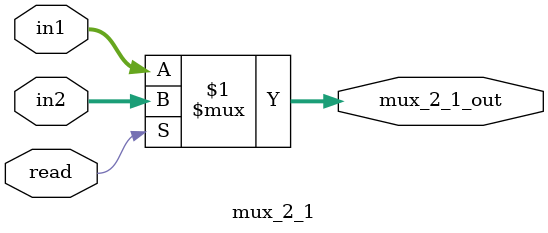
<source format=v>
module mux_2_1(
  input [31:0] in1, in2,
  input read, 
  output [31:0] mux_2_1_out
);
  assign mux_2_1_out[31:0] = read ? in2[31:0] : in1[31:0];
endmodule

</source>
